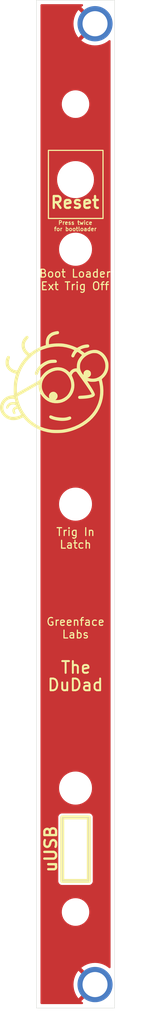
<source format=kicad_pcb>
(kicad_pcb (version 20211014) (generator pcbnew)
  (layers (0 "F.Cu" signal) (31 "B.Cu" signal) (34 "B.Paste" user) (35 "F.Paste" user) (36 "B.SilkS" user "B.Silkscreen") (37 "F.SilkS" user "F.Silkscreen") (38 "B.Mask" user) (39 "F.Mask" user) (44 "Edge.Cuts" user))
  (net 0 "")
  (net 1 "GND")
  (footprint "panel:3mmLED" (layer "F.Cu") (at 53.73 72.5)
    (fp_text reference "H7" hide)
    (fp_text value "Yellow LED")
    (pad "" np_thru_hole circle (at 1.27 0) (size 3.2 3.2) (drill 3.2) (layers *.Cu *.Mask))
  )
  (footprint "MountingHole:MountingHole_2.5mm" (layer "F.Cu") (at 55 54)
    (fp_text reference "H1" hide)
    (fp_text value "MountingHole")
    (pad "" np_thru_hole circle (at 0 0) (size 2.5 2.5) (drill 2.5) (layers *.Cu *.Mask))
  )
  (footprint "panel:3mmLED" (layer "F.Cu") (at 53.73 105)
    (fp_text reference "H5" hide)
    (fp_text value "Red LED")
    (pad "" np_thru_hole circle (at 1.27 0) (size 3.2 3.2) (drill 3.2) (layers *.Cu *.Mask))
  )
  (footprint "panel:3mmLED" (layer "F.Cu") (at 53.73 141.2)
    (fp_text reference "H6" hide)
    (fp_text value "Green LED")
    (pad "" np_thru_hole circle (at 1.27 0) (size 3.2 3.2) (drill 3.2) (layers *.Cu *.Mask))
  )
  (footprint "panel:MountingHole_3.2mm_M3_EU" (layer "F.Cu") (at 57.5 166.25)
    (fp_text reference "H4" hide)
    (fp_text value "MountingHole_Pad")
    (pad "1" thru_hole circle (at 0 0) (size 4.5 4.5) (drill 3.2) (layers *.Cu *.Mask) (net 1 "GND"))
  )
  (footprint "MountingHole:MountingHole_2.5mm" (layer "F.Cu") (at 55 157)
    (fp_text reference "H2" hide)
    (fp_text value "MountingHole")
    (pad "" np_thru_hole circle (at 0 0) (size 2.5 2.5) (drill 2.5) (layers *.Cu *.Mask))
  )
  (footprint "panel:PushButton3.7mm" (layer "F.Cu") (at 52.75 66.875 90)
    (fp_text reference "H8" hide)
    (fp_text value "MountingHole")
    (pad "" np_thru_hole circle (at 3.25 2.25 90) (size 3.7 3.7) (drill 3.7) (layers *.Cu *.Mask))
  )
  (footprint "panel:small_face" (layer "F.Cu") (at 52.225 89.875)
    (fp_text reference "GR1" hide)
    (fp_text value "small_logo" hide)
    (fp_poly (pts (xy 0.54585 -6.926436) (xy 0.585001 -6.906036) (xy 0.606324 -6.886676) (xy 0.649317 -6.811322) (xy 0.658749 -6.718373) (xy 0.633324 -6.629468) (xy 0.622739 -6.612336) (xy 0.580233 -6.576116) (xy 0.504547 -6.548167) (xy 0.413189 -6.529096) (xy 0.140894 -6.467369) (xy -0.087852 -6.382381) (xy -0.275341 -6.272763) (xy -0.423865 -6.137146) (xy -0.535716 -5.974161) (xy -0.544558 -5.957125) (xy -0.603519 -5.796627) (xy -0.636753 -5.605766) (xy -0.641897 -5.399288) (xy -0.639751 -5.362895) (xy -0.632968 -5.294518) (xy -0.618313 -5.264921) (xy -0.584577 -5.262192) (xy -0.550851 -5.268429) (xy -0.277447 -5.31369) (xy 0.023536 -5.34631) (xy 0.337109 -5.36571) (xy 0.648283 -5.371312) (xy 0.942068 -5.362538) (xy 1.203475 -5.33881) (xy 1.2192 -5.336707) (xy 1.633307 -5.263004) (xy 2.046922 -5.156909) (xy 2.443559 -5.023188) (xy 2.748187 -4.894578) (xy 2.861255 -4.843184) (xy 2.937623 -4.812874) (xy 2.985615 -4.801208) (xy 3.013556 -4.805744) (xy 3.023139 -4.813951) (xy 3.060235 -4.841775) (xy 3.1329 -4.884003) (xy 3.229973 -4.935123) (xy 3.34029 -4.989622) (xy 3.452689 -5.041987) (xy 3.556006 -5.086707) (xy 3.639079 -5.118269) (xy 3.640011 -5.11858) (xy 3.781431 -5.158522) (xy 3.943025 -5.193079) (xy 4.104341 -5.218624) (xy 4.244925 -5.231531) (xy 4.282134 -5.2324) (xy 4.3787 -5.22613) (xy 4.441529 -5.204497) (xy 4.469753 -5.182247) (xy 4.527333 -5.097239) (xy 4.537044 -5.009335) (xy 4.502873 -4.931949) (xy 4.471726 -4.896627) (xy 4.432807 -4.870194) (xy 4.376578 -4.849633) (xy 4.293498 -4.831925) (xy 4.174027 -4.814051) (xy 4.099621 -4.804357) (xy 3.948678 -4.777745) (xy 3.789148 -4.737165) (xy 3.637307 -4.687699) (xy 3.509428 -4.634428) (xy 3.447936 -4.60085) (xy 3.371948 -4.552738) (xy 3.533824 -4.443877) (xy 3.634514 -4.373498) (xy 3.738018 -4.296935) (xy 3.815543 -4.235918) (xy 3.935386 -4.136821) (xy 4.08351 -4.223634) (xy 4.388945 -4.375578) (xy 4.70373 -4.478159) (xy 5.031601 -4.532504) (xy 5.131117 -4.539474) (xy 5.338026 -4.540869) (xy 5.516959 -4.519968) (xy 5.687336 -4.472744) (xy 5.868583 -4.395173) (xy 5.898332 -4.380458) (xy 6.152974 -4.224668) (xy 6.38186 -4.027515) (xy 6.581889 -3.793104) (xy 6.749958 -3.525543) (xy 6.882967 -3.228937) (xy 6.962473 -2.9718) (xy 6.985747 -2.834443) (xy 6.997734 -2.663883) (xy 6.998801 -2.476363) (xy 6.989315 -2.288126) (xy 6.969643 -2.115414) (xy 6.940153 -1.974471) (xy 6.939903 -1.973601) (xy 6.82882 -1.670631) (xy 6.67687 -1.395033) (xy 6.481158 -1.142134) (xy 6.329239 -0.987831) (xy 6.238278 -0.900998) (xy 6.180679 -0.839634) (xy 6.150935 -0.796495) (xy 6.143539 -0.76434) (xy 6.147142 -0.748339) (xy 6.159526 -0.704334) (xy 6.179149 -0.622007) (xy 6.203381 -0.51287) (xy 6.229591 -0.388434) (xy 6.231311 -0.380039) (xy 6.313796 0.137692) (xy 6.346906 0.644029) (xy 6.330496 1.140106) (xy 6.264422 1.627057) (xy 6.148539 2.106017) (xy 5.982703 2.578121) (xy 5.804533 2.970537) (xy 5.567943 3.386478) (xy 5.286808 3.78185) (xy 4.96408 4.1541) (xy 4.602715 4.500672) (xy 4.205665 4.819012) (xy 3.775884 5.106565) (xy 3.316325 5.360776) (xy 2.829942 5.579091) (xy 2.754417 5.608753) (xy 2.471666 5.713667) (xy 2.216142 5.798655) (xy 1.970674 5.868484) (xy 1.718093 5.927919) (xy 1.44123 5.981726) (xy 1.3589 5.99611) (xy 1.173891 6.021104) (xy 0.951772 6.040402) (xy 0.705949 6.053694) (xy 0.449826 6.060672) (xy 0.196807 6.061025) (xy -0.039704 6.054445) (xy -0.246302 6.040621) (xy -0.3048 6.034514) (xy -0.820485 5.950653) (xy -1.324486 5.821061) (xy -1.809641 5.647843) (xy -2.157258 5.490352) (xy -2.565831 5.265455) (xy -2.944624 5.010972) (xy -3.301031 4.72109) (xy -3.642444 4.389998) (xy -3.855035 4.155473) (xy -3.914138 4.089336) (xy -3.951672 4.056715) (xy -3.978265 4.051831) (xy -4.004544 4.068907) (xy -4.008221 4.072193) (xy -4.067331 4.112383) (xy -4.162383 4.16237) (xy -4.280874 4.216661) (xy -4.410301 4.269761) (xy -4.538163 4.316177) (xy -4.624509 4.343016) (xy -4.788417 4.378868) (xy -4.975231 4.403181) (xy -5.167047 4.41485) (xy -5.34596 4.412771) (xy -5.490689 4.396486) (xy -5.769549 4.322378) (xy -6.020877 4.20949) (xy -6.25154 4.053989) (xy -6.468404 3.852038) (xy -6.471446 3.848787) (xy -6.643422 3.637371) (xy -6.768943 3.418861) (xy -6.852341 3.185158) (xy -6.871996 3.100181) (xy -6.902052 2.829304) (xy -6.89437 2.727158) (xy -6.493843 2.727158) (xy -6.492328 2.936774) (xy -6.447673 3.146547) (xy -6.356765 3.351303) (xy -6.34554 3.370422) (xy -6.229808 3.526686) (xy -6.079875 3.674666) (xy -5.908185 3.805207) (xy -5.727184 3.909153) (xy -5.549316 3.97735) (xy -5.506281 3.98785) (xy -5.375824 4.003945) (xy -5.214431 4.006757) (xy -5.039851 3.997516) (xy -4.869831 3.977449) (xy -4.722119 3.947787) (xy -4.6609 3.929293) (xy -4.481237 3.8625) (xy -4.346725 3.805423) (xy -4.25892 3.75877) (xy -4.224526 3.730891) (xy -4.214846 3.702317) (xy -4.226737 3.656942) (xy -4.263565 3.585357) (xy -4.296178 3.53057) (xy -4.355722 3.428943) (xy -4.425094 3.304237) (xy -4.49182 3.179017) (xy -4.509387 3.144863) (xy -4.5616 3.043783) (xy -4.598107 2.980596) (xy -4.625848 2.947721) (xy -4.651765 2.937579) (xy -4.682795 2.942588) (xy -4.692095 2.945298) (xy -4.812263 2.987048) (xy -4.896941 3.03171) (xy -4.944666 3.070101) (xy -5.003544 3.14499) (xy -5.017309 3.222335) (xy -4.987706 3.314781) (xy -4.980435 3.329199) (xy -4.934926 3.446657) (xy -4.932834 3.540258) (xy -4.974111 3.608812) (xy -4.992141 3.622517) (xy -5.064695 3.648531) (xy -5.133121 3.627073) (xy -5.199512 3.556931) (xy -5.247789 3.474494) (xy -5.305424 3.312172) (xy -5.313682 3.155171) (xy -5.273869 3.00848) (xy -5.187295 2.877088) (xy -5.063489 2.771353) (xy -4.994932 2.72806) (xy -4.943392 2.699382) (xy -4.924899 2.6924) (xy -4.889085 2.684139) (xy -4.836429 2.666136) (xy -4.767351 2.639872) (xy -4.841126 2.561408) (xy -4.941381 2.478554) (xy -5.058774 2.430782) (xy -5.205929 2.413305) (xy -5.232429 2.413) (xy -5.410052 2.436561) (xy -5.566708 2.504993) (xy -5.697325 2.614917) (xy -5.796832 2.762955) (xy -5.814136 2.800515) (xy -5.87227 2.902336) (xy -5.938229 2.955207) (xy -6.010909 2.958509) (xy -6.05686 2.936717) (xy -6.107068 2.876974) (xy -6.120045 2.794112) (xy -6.099671 2.694849) (xy -6.049828 2.585906) (xy -5.974396 2.474003) (xy -5.877256 2.365859) (xy -5.762289 2.268194) (xy -5.633376 2.187727) (xy -5.620513 2.181205) (xy -5.560428 2.154311) (xy -5.501074 2.136743) (xy -5.429358 2.126592) (xy -5.332187 2.121949) (xy -5.207 2.1209) (xy -4.9149 2.1209) (xy -4.9657 1.912865) (xy -4.99088 1.813525) (xy -5.015527 1.746939) (xy -5.049676 1.706538) (xy -5.103366 1.685756) (xy -5.18663 1.678023) (xy -5.309506 1.676771) (xy -5.326495 1.676746) (xy -5.558029 1.698846) (xy -5.771328 1.762495) (xy -5.963278 1.862517) (xy -6.130767 1.99374) (xy -6.270681 2.15099) (xy -6.379907 2.329092) (xy -6.455332 2.522872) (xy -6.493843 2.727158) (xy -6.89437 2.727158) (xy -6.882128 2.564386) (xy -6.812912 2.307713) (xy -6.69509 2.061566) (xy -6.529351 1.828231) (xy -6.468409 1.758921) (xy -6.302254 1.608311) (xy -6.105459 1.478518) (xy -6.001995 1.42882) (xy -4.658908 1.42882) (xy -4.649587 1.501355) (xy -4.629169 1.606122) (xy -4.59946 1.734925) (xy -4.562264 1.879566) (xy -4.519388 2.031851) (xy -4.504174 2.0828) (xy -4.331281 2.569846) (xy -4.117682 3.027816) (xy -3.865311 3.455058) (xy -3.576102 3.84992) (xy -3.251992 4.210752) (xy -2.894915 4.535902) (xy -2.506807 4.823719) (xy -2.089601 5.072552) (xy -1.645234 5.28075) (xy -1.17564 5.44666) (xy -0.682755 5.568633) (xy -0.3556 5.622926) (xy -0.173333 5.641391) (xy 0.044447 5.653631) (xy 0.282827 5.6596) (xy 0.526898 5.659255) (xy 0.761748 5.652554) (xy 0.972467 5.639453) (xy 1.0922 5.627139) (xy 1.626788 5.536194) (xy 2.148538 5.400094) (xy 2.65339 5.220775) (xy 3.137288 5.000176) (xy 3.596172 4.740234) (xy 4.025985 4.442886) (xy 4.422669 4.110072) (xy 4.574039 3.964569) (xy 4.892438 3.617943) (xy 5.164887 3.259354) (xy 5.396017 2.881526) (xy 5.590462 2.477182) (xy 5.699228 2.1971) (xy 5.814464 1.805546) (xy 5.892693 1.387781) (xy 5.933491 0.952837) (xy 5.936436 0.50975) (xy 5.901104 0.067553) (xy 5.827072 -0.36472) (xy 5.820583 -0.3937) (xy 5.799045 -0.48778) (xy 5.778905 -0.548712) (xy 5.750466 -0.580506) (xy 5.704032 -0.587172) (xy 5.629905 -0.57272) (xy 5.518388 -0.54116) (xy 5.4864 -0.531894) (xy 5.37589 -0.504633) (xy 5.260763 -0.487133) (xy 5.124973 -0.477576) (xy 4.9784 -0.474314) (xy 4.845334 -0.474161) (xy 4.740642 -0.477738) (xy 4.648862 -0.487305) (xy 4.554533 -0.505119) (xy 4.442194 -0.533439) (xy 4.300578 -0.573318) (xy 4.289761 -0.568035) (xy 4.298074 -0.538668) (xy 4.3274 -0.481964) (xy 4.379624 -0.394673) (xy 4.456629 -0.273545) (xy 4.5603 -0.115328) (xy 4.605628 -0.046987) (xy 4.779958 0.22081) (xy 4.929148 0.461736) (xy 5.052003 0.673563) (xy 5.147323 0.854065) (xy 5.213913 1.001016) (xy 5.250575 1.112189) (xy 5.2578 1.165918) (xy 5.233012 1.26646) (xy 5.159536 1.357699) (xy 5.038702 1.439209) (xy 4.871838 1.510565) (xy 4.660275 1.571341) (xy 4.405343 1.621114) (xy 4.108371 1.659457) (xy 3.77069 1.685946) (xy 3.6068 1.693845) (xy 3.461625 1.699119) (xy 3.358096 1.701019) (xy 3.287126 1.698778) (xy 3.239625 1.691631) (xy 3.206507 1.678814) (xy 3.178685 1.659562) (xy 3.176269 1.657602) (xy 3.126757 1.587523) (xy 3.112715 1.499625) (xy 3.134771 1.413061) (xy 3.166784 1.368527) (xy 3.192005 1.348117) (xy 3.226506 1.332667) (xy 3.278592 1.320801) (xy 3.356564 1.311145) (xy 3.468725 1.302321) (xy 3.622714 1.292993) (xy 3.850851 1.277267) (xy 4.069215 1.256858) (xy 4.27182 1.232743) (xy 4.452684 1.205897) (xy 4.605821 1.177297) (xy 4.725249 1.147919) (xy 4.804983 1.11874) (xy 4.837067 1.094841) (xy 4.831247 1.059947) (xy 4.79623 0.986485) (xy 4.733372 0.87647) (xy 4.644034 0.731916) (xy 4.529573 0.554837) (xy 4.391348 0.347248) (xy 4.230717 0.111163) (xy 4.04904 -0.151403) (xy 3.847674 -0.438435) (xy 3.627978 -0.74792) (xy 3.391311 -1.077843) (xy 3.139031 -1.426189) (xy 3.109462 -1.466814) (xy 3.022495 -1.585748) (xy 2.958935 -1.669697) (xy 2.912305 -1.724757) (xy 2.876127 -1.75702) (xy 2.843922 -1.772583) (xy 2.809215 -1.77754) (xy 2.77876 -1.777964) (xy 2.661138 -1.753882) (xy 2.545535 -1.68602) (xy 2.439683 -1.581073) (xy 2.351314 -1.44574) (xy 2.321436 -1.381843) (xy 2.304691 -1.338362) (xy 2.298133 -1.300885) (xy 2.304256 -1.258033) (xy 2.325555 -1.198429) (xy 2.364526 -1.110695) (xy 2.395566 -1.04382) (xy 2.521246 -0.717916) (xy 2.598317 -0.387859) (xy 2.627492 -0.057697) (xy 2.609488 0.268524) (xy 2.545016 0.586755) (xy 2.434792 0.89295) (xy 2.279529 1.183062) (xy 2.079942 1.453044) (xy 1.926224 1.616357) (xy 1.664133 1.837314) (xy 1.382247 2.011507) (xy 1.080073 2.139149) (xy 0.757115 2.220459) (xy 0.469787 2.253089) (xy 0.121398 2.250326) (xy -0.20598 2.201514) (xy -0.514061 2.106005) (xy -0.804561 1.963147) (xy -1.079192 1.772292) (xy -1.285707 1.5875) (xy -1.515 1.330939) (xy -1.695448 1.06197) (xy -1.827941 0.778543) (xy -1.913367 0.478607) (xy -1.952614 0.160112) (xy -1.955571 0.043199) (xy -1.549025 0.043199) (xy -1.544448 0.218182) (xy -1.527326 0.366503) (xy -1.493509 0.505713) (xy -1.438844 0.653361) (xy -1.367907 0.80897) (xy -1.299004 0.944501) (xy -1.234407 1.050645) (xy -1.161241 1.145823) (xy -1.066632 1.248453) (xy -1.046068 1.269405) (xy -0.947738 1.363514) (xy -0.845181 1.452513) (xy -0.747283 1.529601) (xy -0.662931 1.587979) (xy -0.601012 1.620847) (xy -0.580524 1.6256) (xy -0.576838 1.605204) (xy -0.591451 1.554521) (xy -0.598197 1.537515) (xy -0.632689 1.393377) (xy -0.622509 1.246739) (xy -0.572398 1.106896) (xy -0.487095 0.983144) (xy -0.371341 0.88478) (xy -0.233422 0.822116) (xy -0.067919 0.795599) (xy 0.083086 0.817488) (xy 0.222329 0.888491) (xy 0.308473 0.961957) (xy 0.41278 1.095044) (xy 0.46798 1.238719) (xy 0.475232 1.396217) (xy 0.472415 1.42008) (xy 0.43924 1.542455) (xy 0.379056 1.661401) (xy 0.302265 1.759264) (xy 0.245646 1.804896) (xy 0.1651 1.85401) (xy 0.3683 1.853664) (xy 0.497102 1.848189) (xy 0.635737 1.834211) (xy 0.748571 1.815809) (xy 0.977816 1.746999) (xy 1.211128 1.640519) (xy 1.433326 1.505124) (xy 1.629232 1.349567) (xy 1.726184 1.252047) (xy 1.892838 1.034302) (xy 2.032533 0.787169) (xy 2.139266 0.524101) (xy 2.207034 0.25855) (xy 2.223668 0.137222) (xy 2.22819 -0.037504) (xy 2.213568 -0.236864) (xy 2.182315 -0.439537) (xy 2.136943 -0.624206) (xy 2.13212 -0.63963) (xy 2.043746 -0.860046) (xy 1.922212 -1.082193) (xy 1.777047 -1.291813) (xy 1.617777 -1.474653) (xy 1.505907 -1.576712) (xy 1.272546 -1.735434) (xy 1.022646 -1.846935) (xy 0.758975 -1.910982) (xy 0.484307 -1.927341) (xy 0.201411 -1.895778) (xy -0.086941 -1.816058) (xy -0.296011 -1.728885) (xy -0.504026 -1.622394) (xy -0.678503 -1.514971) (xy -0.835749 -1.395882) (xy -0.935985 -1.307557) (xy -1.152709 -1.075615) (xy -1.323004 -0.824615) (xy -1.446233 -0.555959) (xy -1.52176 -0.27105) (xy -1.548947 0.028711) (xy -1.549025 0.043199) (xy -1.955571 0.043199) (xy -1.955609 0.041732) (xy -1.957302 -0.050264) (xy -1.963719 -0.100862) (xy -1.977249 -0.11941) (xy -1.996165 -0.116946) (xy -2.024874 -0.101928) (xy -2.092765 -0.064455) (xy -2.195104 -0.007224) (xy -2.327156 0.06707) (xy -2.484187 0.155734) (xy -2.66146 0.25607) (xy -2.854242 0.365384) (xy -3.057798 0.480982) (xy -3.267392 0.600167) (xy -3.478291 0.720245) (xy -3.685759 0.83852) (xy -3.885062 0.952298) (xy -4.071464 1.058882) (xy -4.240232 1.155579) (xy -4.386629 1.239692) (xy -4.505922 1.308527) (xy -4.593376 1.359389) (xy -4.644255 1.389582) (xy -4.655325 1.396712) (xy -4.658908 1.42882) (xy -6.001995 1.42882) (xy -5.890566 1.375297) (xy -5.670117 1.304401) (xy -5.456656 1.271585) (xy -5.40267 1.27) (xy -5.301996 1.262784) (xy -5.213373 1.244069) (xy -5.179402 1.230762) (xy -5.130411 1.200301) (xy -5.114163 1.165437) (xy -5.121717 1.104928) (xy -5.123277 1.097412) (xy -5.132785 1.02088) (xy -5.139286 0.902934) (xy -5.142941 0.752859) (xy -5.143911 0.579944) (xy -5.143289 0.505238) (xy -4.750062 0.505238) (xy -4.747458 0.650615) (xy -4.741447 0.775773) (xy -4.732174 0.873321) (xy -4.719783 0.935868) (xy -4.704418 0.956023) (xy -4.702258 0.955172) (xy -4.677889 0.941273) (xy -4.613278 0.904456) (xy -4.512326 0.846943) (xy -4.378933 0.770956) (xy -4.217002 0.678718) (xy -4.030433 0.57245) (xy -3.823127 0.454375) (xy -3.598985 0.326715) (xy -3.3782 0.20097) (xy -3.138112 0.064293) (xy -2.908234 -0.066457) (xy -2.692885 -0.188831) (xy -2.496384 -0.30038) (xy -2.323048 -0.398655) (xy -2.177197 -0.481208) (xy -2.063149 -0.54559) (xy -1.985223 -0.589352) (xy -1.950507 -0.608565) (xy -1.868579 -0.66154) (xy -1.817519 -0.722214) (xy -1.78747 -0.7874) (xy -1.700965 -0.969125) (xy -1.577945 -1.16346) (xy -1.427128 -1.359894) (xy -1.257231 -1.547914) (xy -1.076973 -1.717009) (xy -0.908138 -1.847748) (xy -0.598598 -2.035787) (xy -0.284788 -2.177538) (xy 0.030162 -2.273062) (xy 0.343122 -2.322418) (xy 0.650962 -2.32567) (xy 0.950549 -2.282877) (xy 1.238755 -2.194101) (xy 1.512448 -2.059403) (xy 1.768498 -1.878844) (xy 1.865462 -1.79362) (xy 1.930762 -1.734579) (xy 1.981264 -1.692467) (xy 2.006034 -1.676401) (xy 2.006036 -1.6764) (xy 2.027691 -1.695979) (xy 2.060825 -1.743867) (xy 2.065326 -1.75136) (xy 2.180625 -1.89964) (xy 2.331898 -2.023578) (xy 2.507299 -2.115979) (xy 2.694983 -2.16965) (xy 2.768626 -2.178507) (xy 2.944486 -2.191089) (xy 2.944567 -2.366745) (xy 3.343045 -2.366745) (xy 3.352923 -2.20159) (xy 3.377 -2.061437) (xy 3.389567 -2.0193) (xy 3.473369 -1.813008) (xy 3.572086 -1.627464) (xy 3.678118 -1.47669) (xy 3.693336 -1.458902) (xy 3.802081 -1.335322) (xy 3.800022 -1.48686) (xy 3.813252 -1.628851) (xy 3.86159 -1.745783) (xy 3.951527 -1.851044) (xy 3.994539 -1.888015) (xy 4.116431 -1.956034) (xy 4.252657 -1.98165) (xy 4.392238 -1.966504) (xy 4.524193 -1.912236) (xy 4.637542 -1.820486) (xy 4.664768 -1.787886) (xy 4.708944 -1.717216) (xy 4.73363 -1.638242) (xy 4.745345 -1.534491) (xy 4.748066 -1.435776) (xy 4.737834 -1.364265) (xy 4.709975 -1.29704) (xy 4.68943 -1.260351) (xy 4.590414 -1.138347) (xy 4.461348 -1.056893) (xy 4.3688 -1.028014) (xy 4.311891 -1.014742) (xy 4.300455 -1.004504) (xy 4.330211 -0.990057) (xy 4.3434 -0.985009) (xy 4.604614 -0.908501) (xy 4.873684 -0.872015) (xy 5.139522 -0.875904) (xy 5.391038 -0.920522) (xy 5.482002 -0.948738) (xy 5.752785 -1.069709) (xy 5.992014 -1.229546) (xy 6.197062 -1.425432) (xy 6.365302 -1.654553) (xy 6.494106 -1.91409) (xy 6.556129 -2.100281) (xy 6.592938 -2.303877) (xy 6.601937 -2.530413) (xy 6.583882 -2.760819) (xy 6.539526 -2.976028) (xy 6.518874 -3.041528) (xy 6.401603 -3.315468) (xy 6.253251 -3.557465) (xy 6.077178 -3.763456) (xy 5.876745 -3.929377) (xy 5.701036 -4.030573) (xy 5.598261 -4.077031) (xy 5.514913 -4.10642) (xy 5.431264 -4.12339) (xy 5.327589 -4.13259) (xy 5.253444 -4.136082) (xy 5.118998 -4.138715) (xy 5.011099 -4.132233) (xy 4.905885 -4.113819) (xy 4.779495 -4.080655) (xy 4.776432 -4.079778) (xy 4.480009 -3.971965) (xy 4.207114 -3.827216) (xy 3.962365 -3.649683) (xy 3.750378 -3.443519) (xy 3.575771 -3.212875) (xy 3.44316 -2.961903) (xy 3.397036 -2.839268) (xy 3.365259 -2.702881) (xy 3.34721 -2.539608) (xy 3.343045 -2.366745) (xy 2.944567 -2.366745) (xy 2.9446 -2.435395) (xy 2.966478 -2.720088) (xy 3.029305 -2.999232) (xy 3.0878 -3.16258) (xy 3.149076 -3.284643) (xy 3.236548 -3.426345) (xy 3.339732 -3.572178) (xy 3.448145 -3.706635) (xy 3.478951 -3.741161) (xy 3.534995 -3.800658) (xy 3.571801 -3.843496) (xy 3.586053 -3.87749) (xy 3.574432 -3.910456) (xy 3.53362 -3.950209) (xy 3.460301 -4.004564) (xy 3.351157 -4.081336) (xy 3.3274 -4.098176) (xy 3.210941 -4.180587) (xy 3.127678 -4.236268) (xy 3.069198 -4.267635) (xy 3.027088 -4.277102) (xy 2.992937 -4.267085) (xy 2.958331 -4.24) (xy 2.929561 -4.212399) (xy 2.815643 -4.079165) (xy 2.714846 -3.918886) (xy 2.652997 -3.7846) (xy 2.595559 -3.671073) (xy 2.525455 -3.604389) (xy 2.439359 -3.581454) (xy 2.434431 -3.5814) (xy 2.357939 -3.601892) (xy 2.28913 -3.653417) (xy 2.244228 -3.721049) (xy 2.23551 -3.764396) (xy 2.248584 -3.831533) (xy 2.283277 -3.928533) (xy 2.333561 -4.042642) (xy 2.393408 -4.161105) (xy 2.456788 -4.271168) (xy 2.51611 -4.358058) (xy 2.568005 -4.428319) (xy 2.602922 -4.481451) (xy 2.613674 -4.50647) (xy 2.613437 -4.506797) (xy 2.577822 -4.52774) (xy 2.505564 -4.561051) (xy 2.407906 -4.602147) (xy 2.296092 -4.646441) (xy 2.181366 -4.689349) (xy 2.076495 -4.725782) (xy 1.593933 -4.85872) (xy 1.105475 -4.941352) (xy 0.611932 -4.973728) (xy 0.114115 -4.955898) (xy -0.387166 -4.887912) (xy -0.891101 -4.769818) (xy -1.396877 -4.601667) (xy -1.653777 -4.497296) (xy -2.070366 -4.290793) (xy -2.471404 -4.038435) (xy -2.85277 -3.743865) (xy -3.210345 -3.410724) (xy -3.54001 -3.042655) (xy -3.837645 -2.643301) (xy -3.95466 -2.463019) (xy -4.169234 -2.075825) (xy -4.354829 -1.654338) (xy -4.508339 -1.207981) (xy -4.626658 -0.746177) (xy -4.706677 -0.278352) (xy -4.723513 -0.130659) (xy -4.735984 0.021692) (xy -4.74447 0.183385) (xy -4.749114 0.347031) (xy -4.750062 0.505238) (xy -5.143289 0.505238) (xy -5.142356 0.393475) (xy -5.138439 0.202739) (xy -5.132321 0.017022) (xy -5.124162 -0.154389) (xy -5.114124 -0.302207) (xy -5.102368 -0.417146) (xy -5.096289 -0.4572) (xy -5.04971 -0.702105) (xy -5.000317 -0.931777) (xy -4.950717 -1.134901) (xy -4.90352 -1.300161) (xy -4.898207 -1.316708) (xy -4.874657 -1.400983) (xy -4.863743 -1.465871) (xy -4.867628 -1.496839) (xy -4.90293 -1.512259) (xy -4.97125 -1.532109) (xy -5.033243 -1.546686) (xy -5.250471 -1.614998) (xy -5.46642 -1.722912) (xy -5.66875 -1.861966) (xy -5.845123 -2.023697) (xy -5.981576 -2.1971) (xy -6.071685 -2.354532) (xy -6.131782 -2.505372) (xy -6.166671 -2.66665) (xy -6.181154 -2.855396) (xy -6.182144 -2.9083) (xy -6.18168 -3.044388) (xy -6.175356 -3.148944) (xy -6.160459 -3.241143) (xy -6.134273 -3.340157) (xy -6.110223 -3.4163) (xy -6.049259 -3.576329) (xy -5.985486 -3.688782) (xy -5.91639 -3.756884) (xy -5.839458 -3.783857) (xy -5.822982 -3.7846) (xy -5.741598 -3.761864) (xy -5.691198 -3.722801) (xy -5.658325 -3.674663) (xy -5.644723 -3.614611) (xy -5.651051 -3.534144) (xy -5.677969 -3.424759) (xy -5.72555 -3.279626) (xy -5.781606 -3.053214) (xy -5.7895 -2.835635) (xy -5.750061 -2.630486) (xy -5.664117 -2.441362) (xy -5.532495 -2.271859) (xy -5.482461 -2.223782) (xy -5.330205 -2.107371) (xy -5.16052 -2.012095) (xy -4.987043 -1.943977) (xy -4.82341 -1.909041) (xy -4.7625 -1.905708) (xy -4.727333 -1.908692) (xy -4.698792 -1.922996) (xy -4.670602 -1.956813) (xy -4.636485 -2.018338) (xy -4.590165 -2.115764) (xy -4.573025 -2.153057) (xy -4.359436 -2.565694) (xy -4.100463 -2.969258) (xy -3.793917 -3.367008) (xy -3.632761 -3.552896) (xy -3.539237 -3.658049) (xy -3.476273 -3.732253) (xy -3.439809 -3.781736) (xy -3.425783 -3.812726) (xy -3.430133 -3.83145) (xy -3.444308 -3.841883) (xy -3.504316 -3.885277) (xy -3.58474 -3.95933) (xy -3.676144 -4.053594) (xy -3.769093 -4.157624) (xy -3.854153 -4.260974) (xy -3.921888 -4.353195) (xy -3.954761 -4.407081) (xy -4.064508 -4.665661) (xy -4.125714 -4.927889) (xy -4.139005 -5.189183) (xy -4.105004 -5.444963) (xy -4.024335 -5.690648) (xy -3.897622 -5.921656) (xy -3.72549 -6.133406) (xy -3.718613 -6.14045) (xy -3.610213 -6.24296) (xy -3.522941 -6.305035) (xy -3.450045 -6.328704) (xy -3.384775 -6.315999) (xy -3.320376 -6.268949) (xy -3.313546 -6.262255) (xy -3.267621 -6.20378) (xy -3.253094 -6.144935) (xy -3.272111 -6.077859) (xy -3.326819 -5.994693) (xy -3.414396 -5.89298) (xy -3.571485 -5.694086) (xy -3.678373 -5.493143) (xy -3.735656 -5.287528) (xy -3.743932 -5.074617) (xy -3.703796 -4.851787) (xy -3.672933 -4.755408) (xy -3.592134 -4.587504) (xy -3.475559 -4.42089) (xy -3.336012 -4.270946) (xy -3.186297 -4.153051) (xy -3.156002 -4.134521) (xy -3.080534 -4.090742) (xy -2.892817 -4.231701) (xy -2.460924 -4.524648) (xy -2.00003 -4.777518) (xy -1.515757 -4.987408) (xy -1.246377 -5.081898) (xy -1.032253 -5.150973) (xy -1.037877 -5.426637) (xy -1.023489 -5.713406) (xy -0.967746 -5.970812) (xy -0.870248 -6.19955) (xy -0.730594 -6.400313) (xy -0.548385 -6.573795) (xy -0.323219 -6.72069) (xy -0.277169 -6.744831) (xy -0.167003 -6.7908) (xy -0.023605 -6.836691) (xy 0.13566 -6.877896) (xy 0.293426 -6.909808) (xy 0.40212 -6.925061) (xy 0.490536 -6.931716) (xy 0.54585 -6.926436)) (layer "F.SilkS") (width 0.01) (fill solid))
    (fp_poly (pts (xy 0.142068 -3.284178) (xy 0.205614 -3.276936) (xy 0.250125 -3.263826) (xy 0.286183 -3.243441) (xy 0.296556 -3.235977) (xy 0.354628 -3.167233) (xy 0.378895 -3.082794) (xy 0.366999 -2.999924) (xy 0.335391 -2.951592) (xy 0.308194 -2.931129) (xy 0.26801 -2.916164) (xy 0.205848 -2.905226) (xy 0.112716 -2.896848) (xy -0.020377 -2.889559) (xy -0.053406 -2.888067) (xy -0.261295 -2.874591) (xy -0.433558 -2.852205) (xy -0.585079 -2.817421) (xy -0.730741 -2.766752) (xy -0.885428 -2.696711) (xy -0.899221 -2.689876) (xy -1.12771 -2.558714) (xy -1.347003 -2.399995) (xy -1.55008 -2.220975) (xy -1.729919 -2.02891) (xy -1.879498 -1.831056) (xy -1.991797 -1.634666) (xy -2.042315 -1.508659) (xy -2.093684 -1.399801) (xy -2.161368 -1.338942) (xy -2.245141 -1.326193) (xy -2.341406 -1.359815) (xy -2.409283 -1.420831) (xy -2.437249 -1.508977) (xy -2.42514 -1.624883) (xy -2.372793 -1.769181) (xy -2.280044 -1.9425) (xy -2.146729 -2.145473) (xy -2.13263 -2.165365) (xy -1.936841 -2.403874) (xy -1.702262 -2.629373) (xy -1.440763 -2.832619) (xy -1.164215 -3.004372) (xy -0.889 -3.133633) (xy -0.69417 -3.202974) (xy -0.51775 -3.2488) (xy -0.33863 -3.275128) (xy -0.135695 -3.285975) (xy -0.084444 -3.286694) (xy 0.048909 -3.286961) (xy 0.142068 -3.284178)) (layer "F.SilkS") (width 0.01) (fill solid))
    (fp_poly (pts (xy -0.352919 3.8208) (xy -0.262979 3.849035) (xy -0.173115 3.886178) (xy 0.013357 3.957425) (xy 0.240752 4.0153) (xy 0.511926 4.060394) (xy 0.8255 4.092963) (xy 1.078653 4.107166) (xy 1.296703 4.105208) (xy 1.493097 4.085877) (xy 1.681284 4.047959) (xy 1.84115 4.001416) (xy 1.948155 3.968663) (xy 2.021034 3.953031) (xy 2.072802 3.952709) (xy 2.11161 3.963812) (xy 2.18146 4.017733) (xy 2.220717 4.099251) (xy 2.221717 4.190634) (xy 2.216958 4.207624) (xy 2.169554 4.274471) (xy 2.07776 4.33534) (xy 1.947757 4.389051) (xy 1.785729 4.434423) (xy 1.597856 4.470279) (xy 1.390323 4.495438) (xy 1.16931 4.508721) (xy 0.941 4.508948) (xy 0.711576 4.49494) (xy 0.7112 4.494905) (xy 0.478317 4.466406) (xy 0.249262 4.426305) (xy 0.032395 4.3769) (xy -0.163921 4.320491) (xy -0.331327 4.259377) (xy -0.46146 4.195857) (xy -0.51943 4.156537) (xy -0.577517 4.084041) (xy -0.597291 4.001171) (xy -0.582413 3.920434) (xy -0.536541 3.854337) (xy -0.463337 3.815386) (xy -0.418016 3.81) (xy -0.352919 3.8208)) (layer "F.SilkS") (width 0.01) (fill solid))
  )
  (footprint "panel:MountingHole_3.2mm_M3_EU" (layer "F.Cu") (at 57.5 43.75)
    (fp_text reference "H3" hide)
    (fp_text value "MountingHole_Pad")
    (pad "1" thru_hole circle (at 0 0) (size 4.5 4.5) (drill 3.2) (layers *.Cu *.Mask) (net 1 "GND"))
  )
  (gr_line (start 58.525 59.893) (end 51.525 59.893) (layer "F.SilkS") (width 0.15))
  (gr_line (start 53.3 153.04) (end 56.7 153.04) (layer "F.SilkS") (width 0.5))
  (gr_line (start 53.3 153.04) (end 53.3 144.94) (layer "F.SilkS") (width 0.5))
  (gr_line (start 56.7 153.04) (end 56.7 144.94) (layer "F.SilkS") (width 0.5))
  (gr_line (start 51.525 68.575) (end 58.525 68.575) (layer "F.SilkS") (width 0.15))
  (gr_line (start 51.525 59.893) (end 51.525 68.575) (layer "F.SilkS") (width 0.15))
  (gr_line (start 58.525 68.575) (end 58.525 59.893) (layer "F.SilkS") (width 0.15))
  (gr_line (start 53.3 144.94) (end 56.7 144.94) (layer "F.SilkS") (width 0.5))
  (gr_line locked (start 60 40.75) (end 60 169.25) (layer "Edge.Cuts") (width 0.05))
  (gr_line (start 53.3 153.04) (end 56.7 153.04) (layer "Edge.Cuts") (width 0.05))
  (gr_line (start 56.7 153.04) (end 56.7 144.94) (layer "Edge.Cuts") (width 0.05))
  (gr_line (start 53.3 144.94) (end 56.7 144.94) (layer "Edge.Cuts") (width 0.05))
  (gr_line locked (start 50 40.75) (end 60 40.75) (layer "Edge.Cuts") (width 0.05))
  (gr_line locked (start 50 169.25) (end 60 169.25) (layer "Edge.Cuts") (width 0.05))
  (gr_line (start 53.3 153.04) (end 53.3 144.94) (layer "Edge.Cuts") (width 0.05))
  (gr_line locked (start 50 40.75) (end 50 169.25) (layer "Edge.Cuts") (width 0.05))
  (gr_text "Boot Loader\nExt Trig Off" (at 54.925 76.4) (layer "F.SilkS") (effects (font (size 1 1))))
  (gr_text "Greenface\nLabs" (at 55 120.8) (layer "F.SilkS") (effects (font (size 1 1))))
  (gr_text "Reset" (at 54.925 66.543) (layer "F.SilkS") (effects (font (size 1.5 1.5) (thickness 0.3))))
  (gr_text "Press twice\nfor bootloader" (at 54.975 69.525) (layer "F.SilkS") (effects (font (size 0.5 0.5) (thickness 0.1))))
  (gr_text "uUSB" (at 51.825 148.975 90) (layer "F.SilkS") (effects (font (size 1.5 1.5) (thickness 0.3))))
  (gr_text "Trig In\nLatch" (at 55 109.35) (layer "F.SilkS") (effects (font (size 1 1))))
  (gr_text "DuDad" (at 54.975 128.05) (layer "F.SilkS") (effects (font (size 1.5 1.5) (thickness 0.25))))
  (gr_text "The" (at 55.05 125.825) (layer "F.SilkS") (effects (font (size 1.5 1.5) (thickness 0.25))))
  (zone (net 1) (net_name "GND") (layer "F.Cu") (connect_pads (clearance 0.508)) (min_thickness 0.254) (fill yes (thermal_gap 0.508) (thermal_bridge_width 0.508))
    (polygon (pts (xy 60 169.25) (xy 50 169.25) (xy 50 40.75) (xy 60 40.75)))
  )
)
</source>
